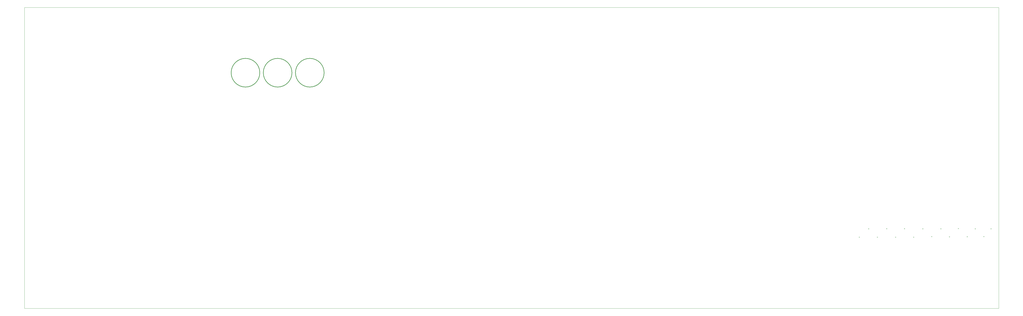
<source format=gm1>
G04*
G04 #@! TF.GenerationSoftware,Altium Limited,Altium Designer,18.1.9 (240)*
G04*
G04 Layer_Color=16711935*
%FSLAX25Y25*%
%MOIN*%
G70*
G01*
G75*
%ADD11C,0.01000*%
%ADD15C,0.00394*%
%ADD18C,0.00100*%
D11*
X522996Y411307D02*
G03*
X522996Y411307I-25000J0D01*
G01*
X466881Y411307D02*
G03*
X466881Y411307I-25000J0D01*
G01*
X410767D02*
G03*
X410767Y411307I-25000J0D01*
G01*
D15*
X1519213Y124500D02*
X1520787D01*
X1520000Y123713D02*
Y125287D01*
X1534713Y139300D02*
X1536287D01*
X1535500Y138513D02*
Y140087D01*
X1487428Y124500D02*
X1489003D01*
X1488216Y123713D02*
Y125287D01*
X1503713Y139300D02*
X1505287D01*
X1504500Y138513D02*
Y140087D01*
X1550713Y124500D02*
X1552287D01*
X1551500Y123713D02*
Y125287D01*
X1566713Y139000D02*
X1568287D01*
X1567500Y138213D02*
Y139787D01*
X1455922Y124500D02*
X1457497D01*
X1456709Y123713D02*
Y125287D01*
X1472213Y139000D02*
X1473787D01*
X1473000Y138213D02*
Y139787D01*
X1673228Y125523D02*
X1674803D01*
X1674016Y124735D02*
Y126310D01*
X1685713Y139039D02*
X1687287D01*
X1686500Y138251D02*
Y139826D01*
X1598228Y139000D02*
X1599803D01*
X1599016Y138213D02*
Y139787D01*
X1582213Y125500D02*
X1583787D01*
X1583000Y124713D02*
Y126287D01*
X1628713Y139500D02*
X1630287D01*
X1629500Y138713D02*
Y140287D01*
X1613228Y125000D02*
X1614803D01*
X1614016Y124213D02*
Y125787D01*
X1644213Y125200D02*
X1645787D01*
X1645000Y124413D02*
Y125987D01*
X1658213Y139000D02*
X1659787D01*
X1659000Y138213D02*
Y139787D01*
D18*
X0Y525000D02*
X1700000D01*
Y0D02*
Y525000D01*
X0Y0D02*
X1700000D01*
X0D02*
Y525000D01*
M02*

</source>
